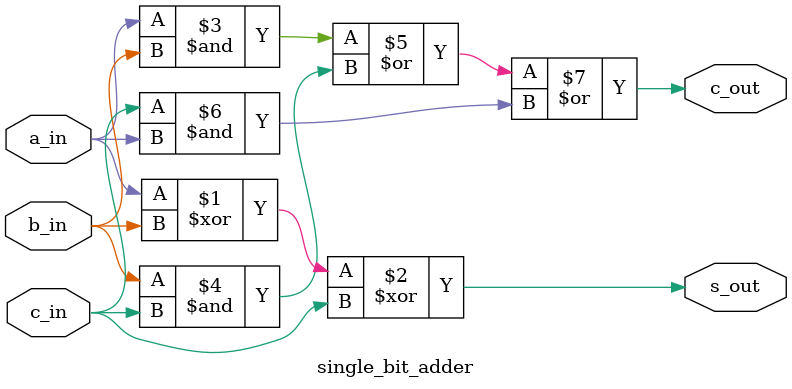
<source format=v>

module adder(out_result, carry_out, zero_out, input_a, input_b, carry_in);
output [15:0] out_result;
output carry_out;
output reg zero_out;
input [15:0] input_a,input_b;
input carry_in;
wire [16:0] carry;

assign carry[0] = carry_in;
assign carry_out = carry[16];

genvar i;
generate
	for(i=0 ; i< 8; i=i+1) begin : adder_gen
		single_bit_adder adder_i (out_result[i], carry[i+1], input_a[i], input_b[i], carry[i]);
	end

endgenerate


always@(*)
begin	
	if(out_result == 0)
		zero_out = 1;
	else	
		zero_out =0;
end

endmodule

// Single bit adder module ---------------------------------------------------------->>>>>


module single_bit_adder(s_out, c_out, a_in, b_in, c_in);
output s_out,c_out;
input a_in, b_in,c_in;

assign s_out = a_in ^ b_in ^ c_in;
assign c_out = a_in & b_in | b_in & c_in | c_in & a_in;
endmodule
</source>
